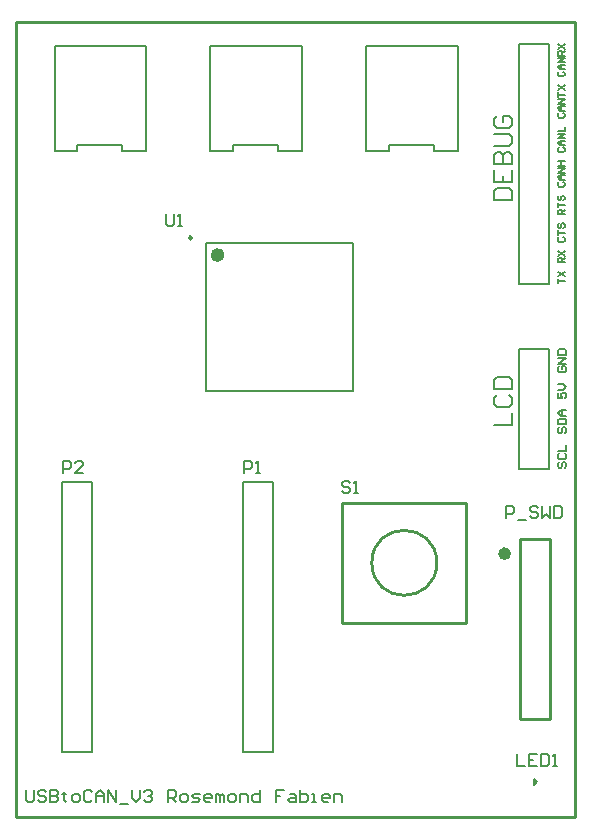
<source format=gto>
G04*
G04 #@! TF.GenerationSoftware,Altium Limited,Altium Designer,18.1.6 (161)*
G04*
G04 Layer_Color=65535*
%FSLAX25Y25*%
%MOIN*%
G70*
G01*
G75*
%ADD13C,0.01000*%
%ADD30C,0.02362*%
%ADD31C,0.00984*%
%ADD32C,0.00787*%
%ADD33C,0.00500*%
%ADD34C,0.00600*%
D13*
X0Y0D02*
X186500D01*
X186500Y265000D02*
X186500Y0D01*
X0Y265000D02*
X186500D01*
X0Y0D02*
Y265000D01*
X140403Y84571D02*
G03*
X140403Y84571I-10832J0D01*
G01*
X168000Y32650D02*
Y92650D01*
Y32650D02*
X178000D01*
Y92650D01*
X168000D02*
X178000D01*
X108705Y64650D02*
X150043D01*
X108705Y104650D02*
X150043D01*
Y64650D02*
Y104650D01*
X108705Y64650D02*
Y104650D01*
D30*
X164000Y87650D02*
G03*
X164000Y87650I-1000J0D01*
G01*
X68512Y187169D02*
G03*
X68512Y187169I-1181J0D01*
G01*
D31*
X58768Y192878D02*
G03*
X58768Y192878I-492J0D01*
G01*
D32*
X167701Y116000D02*
X177701D01*
X167701D02*
Y156000D01*
X177701Y116000D02*
Y156000D01*
X167701D02*
X177701D01*
X167701Y257650D02*
X177701D01*
Y177650D02*
Y257650D01*
X167701Y177650D02*
X177701D01*
X167701D02*
Y257650D01*
X63394Y141894D02*
Y191106D01*
X112606Y141894D02*
Y191106D01*
X63394D02*
X112606D01*
X63394Y141894D02*
X112606D01*
X15500Y111500D02*
X25500D01*
Y21500D02*
Y111500D01*
X15500Y21500D02*
X25500D01*
X15500D02*
Y111500D01*
X75800D02*
X85800D01*
Y21500D02*
Y111500D01*
X75800Y21500D02*
X85800D01*
X75800D02*
Y111500D01*
D33*
X13000Y222000D02*
Y229791D01*
Y222000D02*
X20500D01*
Y223791D01*
X25799D01*
X30327D01*
X35500D01*
Y222000D02*
Y223791D01*
Y222000D02*
X43500D01*
X13000Y257000D02*
X43500D01*
X13000Y229791D02*
Y257000D01*
X43500Y222000D02*
Y229417D01*
Y257000D01*
X64937Y222000D02*
Y229791D01*
Y222000D02*
X72437D01*
Y223791D01*
X77736D01*
X82264D01*
X87437D01*
Y222000D02*
Y223791D01*
Y222000D02*
X95437D01*
X64937Y257000D02*
X95437D01*
X64937Y229791D02*
Y257000D01*
X95437Y222000D02*
Y229417D01*
Y257000D01*
X116874Y222000D02*
Y229791D01*
Y222000D02*
X124374D01*
Y223791D01*
X129673D01*
X134201D01*
X139374D01*
Y222000D02*
Y223791D01*
Y222000D02*
X147374D01*
X116874Y257000D02*
X147374D01*
X116874Y229791D02*
Y257000D01*
X147374Y222000D02*
Y229417D01*
Y257000D01*
X172858Y10516D02*
X173843Y11500D01*
X172858Y10516D02*
Y12484D01*
X173843Y11500D01*
D34*
X159502Y205500D02*
X165500D01*
Y208499D01*
X164500Y209499D01*
X160502D01*
X159502Y208499D01*
Y205500D01*
Y215497D02*
Y211498D01*
X165500D01*
Y215497D01*
X162501Y211498D02*
Y213497D01*
X159502Y217496D02*
X165500D01*
Y220495D01*
X164500Y221495D01*
X163501D01*
X162501Y220495D01*
Y217496D01*
Y220495D01*
X161501Y221495D01*
X160502D01*
X159502Y220495D01*
Y217496D01*
Y223494D02*
X164500D01*
X165500Y224494D01*
Y226493D01*
X164500Y227493D01*
X159502D01*
X160502Y233491D02*
X159502Y232491D01*
Y230492D01*
X160502Y229492D01*
X164500D01*
X165500Y230492D01*
Y232491D01*
X164500Y233491D01*
X162501D01*
Y231492D01*
X159502Y130500D02*
X165500D01*
Y134499D01*
X160502Y140497D02*
X159502Y139497D01*
Y137498D01*
X160502Y136498D01*
X164500D01*
X165500Y137498D01*
Y139497D01*
X164500Y140497D01*
X159502Y142496D02*
X165500D01*
Y145495D01*
X164500Y146495D01*
X160502D01*
X159502Y145495D01*
Y142496D01*
X3500Y8999D02*
Y5666D01*
X4166Y5000D01*
X5499D01*
X6166Y5666D01*
Y8999D01*
X10165Y8332D02*
X9498Y8999D01*
X8165D01*
X7499Y8332D01*
Y7666D01*
X8165Y6999D01*
X9498D01*
X10165Y6333D01*
Y5666D01*
X9498Y5000D01*
X8165D01*
X7499Y5666D01*
X11497Y8999D02*
Y5000D01*
X13497D01*
X14163Y5666D01*
Y6333D01*
X13497Y6999D01*
X11497D01*
X13497D01*
X14163Y7666D01*
Y8332D01*
X13497Y8999D01*
X11497D01*
X16163Y8332D02*
Y7666D01*
X15496D01*
X16829D01*
X16163D01*
Y5666D01*
X16829Y5000D01*
X19495D02*
X20828D01*
X21494Y5666D01*
Y6999D01*
X20828Y7666D01*
X19495D01*
X18828Y6999D01*
Y5666D01*
X19495Y5000D01*
X25493Y8332D02*
X24826Y8999D01*
X23494D01*
X22827Y8332D01*
Y5666D01*
X23494Y5000D01*
X24826D01*
X25493Y5666D01*
X26826Y5000D02*
Y7666D01*
X28159Y8999D01*
X29492Y7666D01*
Y5000D01*
Y6999D01*
X26826D01*
X30825Y5000D02*
Y8999D01*
X33490Y5000D01*
Y8999D01*
X34823Y4334D02*
X37489D01*
X38822Y8999D02*
Y6333D01*
X40155Y5000D01*
X41488Y6333D01*
Y8999D01*
X42821Y8332D02*
X43487Y8999D01*
X44820D01*
X45487Y8332D01*
Y7666D01*
X44820Y6999D01*
X44154D01*
X44820D01*
X45487Y6333D01*
Y5666D01*
X44820Y5000D01*
X43487D01*
X42821Y5666D01*
X50818Y5000D02*
Y8999D01*
X52817D01*
X53484Y8332D01*
Y6999D01*
X52817Y6333D01*
X50818D01*
X52151D02*
X53484Y5000D01*
X55483D02*
X56816D01*
X57483Y5666D01*
Y6999D01*
X56816Y7666D01*
X55483D01*
X54817Y6999D01*
Y5666D01*
X55483Y5000D01*
X58815D02*
X60815D01*
X61481Y5666D01*
X60815Y6333D01*
X59482D01*
X58815Y6999D01*
X59482Y7666D01*
X61481D01*
X64814Y5000D02*
X63481D01*
X62814Y5666D01*
Y6999D01*
X63481Y7666D01*
X64814D01*
X65480Y6999D01*
Y6333D01*
X62814D01*
X66813Y5000D02*
Y7666D01*
X67479D01*
X68146Y6999D01*
Y5000D01*
Y6999D01*
X68812Y7666D01*
X69479Y6999D01*
Y5000D01*
X71478D02*
X72811D01*
X73477Y5666D01*
Y6999D01*
X72811Y7666D01*
X71478D01*
X70812Y6999D01*
Y5666D01*
X71478Y5000D01*
X74810D02*
Y7666D01*
X76810D01*
X77476Y6999D01*
Y5000D01*
X81475Y8999D02*
Y5000D01*
X79475D01*
X78809Y5666D01*
Y6999D01*
X79475Y7666D01*
X81475D01*
X89472Y8999D02*
X86806D01*
Y6999D01*
X88139D01*
X86806D01*
Y5000D01*
X91472Y7666D02*
X92804D01*
X93471Y6999D01*
Y5000D01*
X91472D01*
X90805Y5666D01*
X91472Y6333D01*
X93471D01*
X94804Y8999D02*
Y5000D01*
X96803D01*
X97470Y5666D01*
Y6333D01*
Y6999D01*
X96803Y7666D01*
X94804D01*
X98803Y5000D02*
X100136D01*
X99469D01*
Y7666D01*
X98803D01*
X104134Y5000D02*
X102801D01*
X102135Y5666D01*
Y6999D01*
X102801Y7666D01*
X104134D01*
X104801Y6999D01*
Y6333D01*
X102135D01*
X106134Y5000D02*
Y7666D01*
X108133D01*
X108799Y6999D01*
Y5000D01*
X181184Y118133D02*
X180701Y117649D01*
Y116683D01*
X181184Y116200D01*
X181667D01*
X182150Y116683D01*
Y117649D01*
X182634Y118133D01*
X183117D01*
X183600Y117649D01*
Y116683D01*
X183117Y116200D01*
X181184Y121032D02*
X180701Y120549D01*
Y119582D01*
X181184Y119099D01*
X183117D01*
X183600Y119582D01*
Y120549D01*
X183117Y121032D01*
X180701Y121998D02*
X183600D01*
Y123931D01*
X181184Y129729D02*
X180701Y129246D01*
Y128279D01*
X181184Y127796D01*
X181667D01*
X182150Y128279D01*
Y129246D01*
X182634Y129729D01*
X183117D01*
X183600Y129246D01*
Y128279D01*
X183117Y127796D01*
X180701Y130695D02*
X183600D01*
Y132145D01*
X183117Y132628D01*
X181184D01*
X180701Y132145D01*
Y130695D01*
X183600Y133594D02*
X181667D01*
X180701Y134561D01*
X181667Y135527D01*
X183600D01*
X182150D01*
Y133594D01*
X180701Y141325D02*
Y139392D01*
X182150D01*
X181667Y140359D01*
Y140842D01*
X182150Y141325D01*
X183117D01*
X183600Y140842D01*
Y139876D01*
X183117Y139392D01*
X180701Y142291D02*
X182634D01*
X183600Y143258D01*
X182634Y144224D01*
X180701D01*
X181184Y150022D02*
X180701Y149539D01*
Y148573D01*
X181184Y148090D01*
X183117D01*
X183600Y148573D01*
Y149539D01*
X183117Y150022D01*
X182150D01*
Y149056D01*
X183600Y150989D02*
X180701D01*
X183600Y152921D01*
X180701D01*
Y153888D02*
X183600D01*
Y155337D01*
X183117Y155821D01*
X181184D01*
X180701Y155337D01*
Y153888D01*
X111466Y111082D02*
X110799Y111748D01*
X109467D01*
X108800Y111082D01*
Y110415D01*
X109467Y109749D01*
X110799D01*
X111466Y109082D01*
Y108416D01*
X110799Y107750D01*
X109467D01*
X108800Y108416D01*
X112799Y107750D02*
X114132D01*
X113465D01*
Y111748D01*
X112799Y111082D01*
X50000Y200999D02*
Y197667D01*
X50666Y197000D01*
X51999D01*
X52666Y197667D01*
Y200999D01*
X53999Y197000D02*
X55332D01*
X54665D01*
Y200999D01*
X53999Y200332D01*
X163500Y99500D02*
Y103499D01*
X165499D01*
X166166Y102832D01*
Y101499D01*
X165499Y100833D01*
X163500D01*
X167499Y98834D02*
X170165D01*
X174163Y102832D02*
X173497Y103499D01*
X172164D01*
X171497Y102832D01*
Y102166D01*
X172164Y101499D01*
X173497D01*
X174163Y100833D01*
Y100166D01*
X173497Y99500D01*
X172164D01*
X171497Y100166D01*
X175496Y103499D02*
Y99500D01*
X176829Y100833D01*
X178162Y99500D01*
Y103499D01*
X179495D02*
Y99500D01*
X181494D01*
X182161Y100166D01*
Y102832D01*
X181494Y103499D01*
X179495D01*
X180701Y177800D02*
Y179333D01*
Y178566D01*
X183000D01*
X180701Y180099D02*
X183000Y181632D01*
X180701D02*
X183000Y180099D01*
Y184698D02*
X180701D01*
Y185847D01*
X181084Y186231D01*
X181850D01*
X182234Y185847D01*
Y184698D01*
Y185464D02*
X183000Y186231D01*
X180701Y186997D02*
X183000Y188530D01*
X180701D02*
X183000Y186997D01*
X181084Y193128D02*
X180701Y192745D01*
Y191979D01*
X181084Y191596D01*
X182617D01*
X183000Y191979D01*
Y192745D01*
X182617Y193128D01*
X180701Y193895D02*
Y195428D01*
Y194661D01*
X183000D01*
X181084Y197727D02*
X180701Y197344D01*
Y196577D01*
X181084Y196194D01*
X181467D01*
X181850Y196577D01*
Y197344D01*
X182234Y197727D01*
X182617D01*
X183000Y197344D01*
Y196577D01*
X182617Y196194D01*
X183000Y200793D02*
X180701D01*
Y201942D01*
X181084Y202325D01*
X181850D01*
X182234Y201942D01*
Y200793D01*
Y201559D02*
X183000Y202325D01*
X180701Y203092D02*
Y204625D01*
Y203858D01*
X183000D01*
X181084Y206924D02*
X180701Y206541D01*
Y205774D01*
X181084Y205391D01*
X181467D01*
X181850Y205774D01*
Y206541D01*
X182234Y206924D01*
X182617D01*
X183000Y206541D01*
Y205774D01*
X182617Y205391D01*
X181084Y211523D02*
X180701Y211139D01*
Y210373D01*
X181084Y209990D01*
X182617D01*
X183000Y210373D01*
Y211139D01*
X182617Y211523D01*
X183000Y212289D02*
X181467D01*
X180701Y213055D01*
X181467Y213822D01*
X183000D01*
X181850D01*
Y212289D01*
X183000Y214588D02*
X180701D01*
X183000Y216121D01*
X180701D01*
Y216887D02*
X183000D01*
X181850D01*
Y218420D01*
X180701D01*
X183000D01*
X181084Y223019D02*
X180701Y222636D01*
Y221869D01*
X181084Y221486D01*
X182617D01*
X183000Y221869D01*
Y222636D01*
X182617Y223019D01*
X183000Y223785D02*
X181467D01*
X180701Y224552D01*
X181467Y225318D01*
X183000D01*
X181850D01*
Y223785D01*
X183000Y226084D02*
X180701D01*
X183000Y227617D01*
X180701D01*
Y228384D02*
X183000D01*
Y229917D01*
X181084Y234515D02*
X180701Y234132D01*
Y233366D01*
X181084Y232982D01*
X182617D01*
X183000Y233366D01*
Y234132D01*
X182617Y234515D01*
X183000Y235281D02*
X181467D01*
X180701Y236048D01*
X181467Y236814D01*
X183000D01*
X181850D01*
Y235281D01*
X183000Y237581D02*
X180701D01*
X183000Y239114D01*
X180701D01*
Y239880D02*
Y241413D01*
Y240646D01*
X183000D01*
X180701Y242179D02*
X183000Y243712D01*
X180701D02*
X183000Y242179D01*
X181084Y248311D02*
X180701Y247927D01*
Y247161D01*
X181084Y246778D01*
X182617D01*
X183000Y247161D01*
Y247927D01*
X182617Y248311D01*
X183000Y249077D02*
X181467D01*
X180701Y249844D01*
X181467Y250610D01*
X183000D01*
X181850D01*
Y249077D01*
X183000Y251376D02*
X180701D01*
X183000Y252909D01*
X180701D01*
X183000Y253676D02*
X180701D01*
Y254825D01*
X181084Y255208D01*
X181850D01*
X182234Y254825D01*
Y253676D01*
Y254442D02*
X183000Y255208D01*
X180701Y255975D02*
X183000Y257508D01*
X180701D02*
X183000Y255975D01*
X15700Y114500D02*
Y118499D01*
X17699D01*
X18366Y117832D01*
Y116499D01*
X17699Y115833D01*
X15700D01*
X22365Y114500D02*
X19699D01*
X22365Y117166D01*
Y117832D01*
X21698Y118499D01*
X20365D01*
X19699Y117832D01*
X76000Y114500D02*
Y118499D01*
X77999D01*
X78666Y117832D01*
Y116499D01*
X77999Y115833D01*
X76000D01*
X79999Y114500D02*
X81332D01*
X80665D01*
Y118499D01*
X79999Y117832D01*
X167000Y20999D02*
Y17000D01*
X169666D01*
X173664Y20999D02*
X170999D01*
Y17000D01*
X173664D01*
X170999Y18999D02*
X172332D01*
X174997Y20999D02*
Y17000D01*
X176997D01*
X177663Y17666D01*
Y20332D01*
X176997Y20999D01*
X174997D01*
X178996Y17000D02*
X180329D01*
X179663D01*
Y20999D01*
X178996Y20332D01*
M02*

</source>
